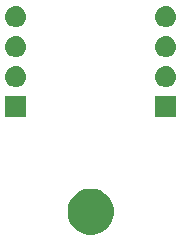
<source format=gbs>
G04 #@! TF.GenerationSoftware,KiCad,Pcbnew,(5.1.4)-1*
G04 #@! TF.CreationDate,2019-11-18T19:24:08+01:00*
G04 #@! TF.ProjectId,olmBoard-v1,6f6c6d42-6f61-4726-942d-76312e6b6963,0.1*
G04 #@! TF.SameCoordinates,Original*
G04 #@! TF.FileFunction,Soldermask,Bot*
G04 #@! TF.FilePolarity,Negative*
%FSLAX46Y46*%
G04 Gerber Fmt 4.6, Leading zero omitted, Abs format (unit mm)*
G04 Created by KiCad (PCBNEW (5.1.4)-1) date 2019-11-18 19:24:08*
%MOMM*%
%LPD*%
G04 APERTURE LIST*
%ADD10C,0.100000*%
G04 APERTURE END LIST*
D10*
G36*
X158049085Y-112423975D02*
G01*
X158404143Y-112571045D01*
X158404145Y-112571046D01*
X158723690Y-112784559D01*
X158995441Y-113056310D01*
X159208954Y-113375855D01*
X159208955Y-113375857D01*
X159356025Y-113730915D01*
X159431000Y-114107842D01*
X159431000Y-114492158D01*
X159356025Y-114869085D01*
X159208955Y-115224143D01*
X159208954Y-115224145D01*
X158995441Y-115543690D01*
X158723690Y-115815441D01*
X158404145Y-116028954D01*
X158404144Y-116028955D01*
X158404143Y-116028955D01*
X158049085Y-116176025D01*
X157672158Y-116251000D01*
X157287842Y-116251000D01*
X156910915Y-116176025D01*
X156555857Y-116028955D01*
X156555856Y-116028955D01*
X156555855Y-116028954D01*
X156236310Y-115815441D01*
X155964559Y-115543690D01*
X155751046Y-115224145D01*
X155751045Y-115224143D01*
X155603975Y-114869085D01*
X155529000Y-114492158D01*
X155529000Y-114107842D01*
X155603975Y-113730915D01*
X155751045Y-113375857D01*
X155751046Y-113375855D01*
X155964559Y-113056310D01*
X156236310Y-112784559D01*
X156555855Y-112571046D01*
X156555857Y-112571045D01*
X156910915Y-112423975D01*
X157287842Y-112349000D01*
X157672158Y-112349000D01*
X158049085Y-112423975D01*
X158049085Y-112423975D01*
G37*
G36*
X164731000Y-106311000D02*
G01*
X162929000Y-106311000D01*
X162929000Y-104509000D01*
X164731000Y-104509000D01*
X164731000Y-106311000D01*
X164731000Y-106311000D01*
G37*
G36*
X152031000Y-106311000D02*
G01*
X150229000Y-106311000D01*
X150229000Y-104509000D01*
X152031000Y-104509000D01*
X152031000Y-106311000D01*
X152031000Y-106311000D01*
G37*
G36*
X151240442Y-101975518D02*
G01*
X151306627Y-101982037D01*
X151476466Y-102033557D01*
X151632991Y-102117222D01*
X151668729Y-102146552D01*
X151770186Y-102229814D01*
X151853448Y-102331271D01*
X151882778Y-102367009D01*
X151966443Y-102523534D01*
X152017963Y-102693373D01*
X152035359Y-102870000D01*
X152017963Y-103046627D01*
X151966443Y-103216466D01*
X151882778Y-103372991D01*
X151853448Y-103408729D01*
X151770186Y-103510186D01*
X151668729Y-103593448D01*
X151632991Y-103622778D01*
X151476466Y-103706443D01*
X151306627Y-103757963D01*
X151240443Y-103764481D01*
X151174260Y-103771000D01*
X151085740Y-103771000D01*
X151019557Y-103764481D01*
X150953373Y-103757963D01*
X150783534Y-103706443D01*
X150627009Y-103622778D01*
X150591271Y-103593448D01*
X150489814Y-103510186D01*
X150406552Y-103408729D01*
X150377222Y-103372991D01*
X150293557Y-103216466D01*
X150242037Y-103046627D01*
X150224641Y-102870000D01*
X150242037Y-102693373D01*
X150293557Y-102523534D01*
X150377222Y-102367009D01*
X150406552Y-102331271D01*
X150489814Y-102229814D01*
X150591271Y-102146552D01*
X150627009Y-102117222D01*
X150783534Y-102033557D01*
X150953373Y-101982037D01*
X151019558Y-101975518D01*
X151085740Y-101969000D01*
X151174260Y-101969000D01*
X151240442Y-101975518D01*
X151240442Y-101975518D01*
G37*
G36*
X163940442Y-101975518D02*
G01*
X164006627Y-101982037D01*
X164176466Y-102033557D01*
X164332991Y-102117222D01*
X164368729Y-102146552D01*
X164470186Y-102229814D01*
X164553448Y-102331271D01*
X164582778Y-102367009D01*
X164666443Y-102523534D01*
X164717963Y-102693373D01*
X164735359Y-102870000D01*
X164717963Y-103046627D01*
X164666443Y-103216466D01*
X164582778Y-103372991D01*
X164553448Y-103408729D01*
X164470186Y-103510186D01*
X164368729Y-103593448D01*
X164332991Y-103622778D01*
X164176466Y-103706443D01*
X164006627Y-103757963D01*
X163940443Y-103764481D01*
X163874260Y-103771000D01*
X163785740Y-103771000D01*
X163719557Y-103764481D01*
X163653373Y-103757963D01*
X163483534Y-103706443D01*
X163327009Y-103622778D01*
X163291271Y-103593448D01*
X163189814Y-103510186D01*
X163106552Y-103408729D01*
X163077222Y-103372991D01*
X162993557Y-103216466D01*
X162942037Y-103046627D01*
X162924641Y-102870000D01*
X162942037Y-102693373D01*
X162993557Y-102523534D01*
X163077222Y-102367009D01*
X163106552Y-102331271D01*
X163189814Y-102229814D01*
X163291271Y-102146552D01*
X163327009Y-102117222D01*
X163483534Y-102033557D01*
X163653373Y-101982037D01*
X163719558Y-101975518D01*
X163785740Y-101969000D01*
X163874260Y-101969000D01*
X163940442Y-101975518D01*
X163940442Y-101975518D01*
G37*
G36*
X163940443Y-99435519D02*
G01*
X164006627Y-99442037D01*
X164176466Y-99493557D01*
X164332991Y-99577222D01*
X164368729Y-99606552D01*
X164470186Y-99689814D01*
X164553448Y-99791271D01*
X164582778Y-99827009D01*
X164666443Y-99983534D01*
X164717963Y-100153373D01*
X164735359Y-100330000D01*
X164717963Y-100506627D01*
X164666443Y-100676466D01*
X164582778Y-100832991D01*
X164553448Y-100868729D01*
X164470186Y-100970186D01*
X164368729Y-101053448D01*
X164332991Y-101082778D01*
X164176466Y-101166443D01*
X164006627Y-101217963D01*
X163940443Y-101224481D01*
X163874260Y-101231000D01*
X163785740Y-101231000D01*
X163719558Y-101224482D01*
X163653373Y-101217963D01*
X163483534Y-101166443D01*
X163327009Y-101082778D01*
X163291271Y-101053448D01*
X163189814Y-100970186D01*
X163106552Y-100868729D01*
X163077222Y-100832991D01*
X162993557Y-100676466D01*
X162942037Y-100506627D01*
X162924641Y-100330000D01*
X162942037Y-100153373D01*
X162993557Y-99983534D01*
X163077222Y-99827009D01*
X163106552Y-99791271D01*
X163189814Y-99689814D01*
X163291271Y-99606552D01*
X163327009Y-99577222D01*
X163483534Y-99493557D01*
X163653373Y-99442037D01*
X163719558Y-99435518D01*
X163785740Y-99429000D01*
X163874260Y-99429000D01*
X163940443Y-99435519D01*
X163940443Y-99435519D01*
G37*
G36*
X151240443Y-99435519D02*
G01*
X151306627Y-99442037D01*
X151476466Y-99493557D01*
X151632991Y-99577222D01*
X151668729Y-99606552D01*
X151770186Y-99689814D01*
X151853448Y-99791271D01*
X151882778Y-99827009D01*
X151966443Y-99983534D01*
X152017963Y-100153373D01*
X152035359Y-100330000D01*
X152017963Y-100506627D01*
X151966443Y-100676466D01*
X151882778Y-100832991D01*
X151853448Y-100868729D01*
X151770186Y-100970186D01*
X151668729Y-101053448D01*
X151632991Y-101082778D01*
X151476466Y-101166443D01*
X151306627Y-101217963D01*
X151240443Y-101224481D01*
X151174260Y-101231000D01*
X151085740Y-101231000D01*
X151019558Y-101224482D01*
X150953373Y-101217963D01*
X150783534Y-101166443D01*
X150627009Y-101082778D01*
X150591271Y-101053448D01*
X150489814Y-100970186D01*
X150406552Y-100868729D01*
X150377222Y-100832991D01*
X150293557Y-100676466D01*
X150242037Y-100506627D01*
X150224641Y-100330000D01*
X150242037Y-100153373D01*
X150293557Y-99983534D01*
X150377222Y-99827009D01*
X150406552Y-99791271D01*
X150489814Y-99689814D01*
X150591271Y-99606552D01*
X150627009Y-99577222D01*
X150783534Y-99493557D01*
X150953373Y-99442037D01*
X151019558Y-99435518D01*
X151085740Y-99429000D01*
X151174260Y-99429000D01*
X151240443Y-99435519D01*
X151240443Y-99435519D01*
G37*
G36*
X163940442Y-96895518D02*
G01*
X164006627Y-96902037D01*
X164176466Y-96953557D01*
X164332991Y-97037222D01*
X164368729Y-97066552D01*
X164470186Y-97149814D01*
X164553448Y-97251271D01*
X164582778Y-97287009D01*
X164666443Y-97443534D01*
X164717963Y-97613373D01*
X164735359Y-97790000D01*
X164717963Y-97966627D01*
X164666443Y-98136466D01*
X164582778Y-98292991D01*
X164553448Y-98328729D01*
X164470186Y-98430186D01*
X164368729Y-98513448D01*
X164332991Y-98542778D01*
X164176466Y-98626443D01*
X164006627Y-98677963D01*
X163940442Y-98684482D01*
X163874260Y-98691000D01*
X163785740Y-98691000D01*
X163719558Y-98684482D01*
X163653373Y-98677963D01*
X163483534Y-98626443D01*
X163327009Y-98542778D01*
X163291271Y-98513448D01*
X163189814Y-98430186D01*
X163106552Y-98328729D01*
X163077222Y-98292991D01*
X162993557Y-98136466D01*
X162942037Y-97966627D01*
X162924641Y-97790000D01*
X162942037Y-97613373D01*
X162993557Y-97443534D01*
X163077222Y-97287009D01*
X163106552Y-97251271D01*
X163189814Y-97149814D01*
X163291271Y-97066552D01*
X163327009Y-97037222D01*
X163483534Y-96953557D01*
X163653373Y-96902037D01*
X163719558Y-96895518D01*
X163785740Y-96889000D01*
X163874260Y-96889000D01*
X163940442Y-96895518D01*
X163940442Y-96895518D01*
G37*
G36*
X151240442Y-96895518D02*
G01*
X151306627Y-96902037D01*
X151476466Y-96953557D01*
X151632991Y-97037222D01*
X151668729Y-97066552D01*
X151770186Y-97149814D01*
X151853448Y-97251271D01*
X151882778Y-97287009D01*
X151966443Y-97443534D01*
X152017963Y-97613373D01*
X152035359Y-97790000D01*
X152017963Y-97966627D01*
X151966443Y-98136466D01*
X151882778Y-98292991D01*
X151853448Y-98328729D01*
X151770186Y-98430186D01*
X151668729Y-98513448D01*
X151632991Y-98542778D01*
X151476466Y-98626443D01*
X151306627Y-98677963D01*
X151240442Y-98684482D01*
X151174260Y-98691000D01*
X151085740Y-98691000D01*
X151019558Y-98684482D01*
X150953373Y-98677963D01*
X150783534Y-98626443D01*
X150627009Y-98542778D01*
X150591271Y-98513448D01*
X150489814Y-98430186D01*
X150406552Y-98328729D01*
X150377222Y-98292991D01*
X150293557Y-98136466D01*
X150242037Y-97966627D01*
X150224641Y-97790000D01*
X150242037Y-97613373D01*
X150293557Y-97443534D01*
X150377222Y-97287009D01*
X150406552Y-97251271D01*
X150489814Y-97149814D01*
X150591271Y-97066552D01*
X150627009Y-97037222D01*
X150783534Y-96953557D01*
X150953373Y-96902037D01*
X151019558Y-96895518D01*
X151085740Y-96889000D01*
X151174260Y-96889000D01*
X151240442Y-96895518D01*
X151240442Y-96895518D01*
G37*
M02*

</source>
